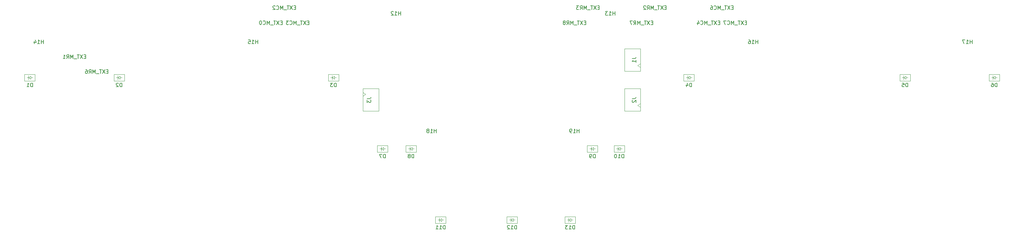
<source format=gbr>
G04 #@! TF.GenerationSoftware,KiCad,Pcbnew,7.0.1-0*
G04 #@! TF.CreationDate,2023-05-14T12:25:00+09:00*
G04 #@! TF.ProjectId,Sandy_Middle,53616e64-795f-44d6-9964-646c652e6b69,v.0*
G04 #@! TF.SameCoordinates,Original*
G04 #@! TF.FileFunction,AssemblyDrawing,Bot*
%FSLAX46Y46*%
G04 Gerber Fmt 4.6, Leading zero omitted, Abs format (unit mm)*
G04 Created by KiCad (PCBNEW 7.0.1-0) date 2023-05-14 12:25:00*
%MOMM*%
%LPD*%
G01*
G04 APERTURE LIST*
%ADD10C,0.150000*%
%ADD11C,0.100000*%
G04 APERTURE END LIST*
D10*
X198321054Y-46910696D02*
X199035339Y-46910696D01*
X199035339Y-46910696D02*
X199178196Y-46863077D01*
X199178196Y-46863077D02*
X199273435Y-46767839D01*
X199273435Y-46767839D02*
X199321054Y-46624982D01*
X199321054Y-46624982D02*
X199321054Y-46529744D01*
X198416292Y-47339268D02*
X198368673Y-47386887D01*
X198368673Y-47386887D02*
X198321054Y-47482125D01*
X198321054Y-47482125D02*
X198321054Y-47720220D01*
X198321054Y-47720220D02*
X198368673Y-47815458D01*
X198368673Y-47815458D02*
X198416292Y-47863077D01*
X198416292Y-47863077D02*
X198511530Y-47910696D01*
X198511530Y-47910696D02*
X198606768Y-47910696D01*
X198606768Y-47910696D02*
X198749625Y-47863077D01*
X198749625Y-47863077D02*
X199321054Y-47291649D01*
X199321054Y-47291649D02*
X199321054Y-47910696D01*
X38465279Y-43753524D02*
X38465279Y-42753524D01*
X38465279Y-42753524D02*
X38227184Y-42753524D01*
X38227184Y-42753524D02*
X38084327Y-42801143D01*
X38084327Y-42801143D02*
X37989089Y-42896381D01*
X37989089Y-42896381D02*
X37941470Y-42991619D01*
X37941470Y-42991619D02*
X37893851Y-43182095D01*
X37893851Y-43182095D02*
X37893851Y-43324952D01*
X37893851Y-43324952D02*
X37941470Y-43515428D01*
X37941470Y-43515428D02*
X37989089Y-43610666D01*
X37989089Y-43610666D02*
X38084327Y-43705905D01*
X38084327Y-43705905D02*
X38227184Y-43753524D01*
X38227184Y-43753524D02*
X38465279Y-43753524D01*
X36941470Y-43753524D02*
X37512898Y-43753524D01*
X37227184Y-43753524D02*
X37227184Y-42753524D01*
X37227184Y-42753524D02*
X37322422Y-42896381D01*
X37322422Y-42896381D02*
X37417660Y-42991619D01*
X37417660Y-42991619D02*
X37512898Y-43039238D01*
X185983434Y-26560964D02*
X185650101Y-26560964D01*
X185507244Y-27084774D02*
X185983434Y-27084774D01*
X185983434Y-27084774D02*
X185983434Y-26084774D01*
X185983434Y-26084774D02*
X185507244Y-26084774D01*
X185173910Y-26084774D02*
X184507244Y-27084774D01*
X184507244Y-26084774D02*
X185173910Y-27084774D01*
X184269148Y-26084774D02*
X183697720Y-26084774D01*
X183983434Y-27084774D02*
X183983434Y-26084774D01*
X183602482Y-27180012D02*
X182840577Y-27180012D01*
X182602481Y-27084774D02*
X182602481Y-26084774D01*
X182602481Y-26084774D02*
X182269148Y-26799059D01*
X182269148Y-26799059D02*
X181935815Y-26084774D01*
X181935815Y-26084774D02*
X181935815Y-27084774D01*
X180888196Y-27084774D02*
X181221529Y-26608583D01*
X181459624Y-27084774D02*
X181459624Y-26084774D01*
X181459624Y-26084774D02*
X181078672Y-26084774D01*
X181078672Y-26084774D02*
X180983434Y-26132393D01*
X180983434Y-26132393D02*
X180935815Y-26180012D01*
X180935815Y-26180012D02*
X180888196Y-26275250D01*
X180888196Y-26275250D02*
X180888196Y-26418107D01*
X180888196Y-26418107D02*
X180935815Y-26513345D01*
X180935815Y-26513345D02*
X180983434Y-26560964D01*
X180983434Y-26560964D02*
X181078672Y-26608583D01*
X181078672Y-26608583D02*
X181459624Y-26608583D01*
X180316767Y-26513345D02*
X180412005Y-26465726D01*
X180412005Y-26465726D02*
X180459624Y-26418107D01*
X180459624Y-26418107D02*
X180507243Y-26322869D01*
X180507243Y-26322869D02*
X180507243Y-26275250D01*
X180507243Y-26275250D02*
X180459624Y-26180012D01*
X180459624Y-26180012D02*
X180412005Y-26132393D01*
X180412005Y-26132393D02*
X180316767Y-26084774D01*
X180316767Y-26084774D02*
X180126291Y-26084774D01*
X180126291Y-26084774D02*
X180031053Y-26132393D01*
X180031053Y-26132393D02*
X179983434Y-26180012D01*
X179983434Y-26180012D02*
X179935815Y-26275250D01*
X179935815Y-26275250D02*
X179935815Y-26322869D01*
X179935815Y-26322869D02*
X179983434Y-26418107D01*
X179983434Y-26418107D02*
X180031053Y-26465726D01*
X180031053Y-26465726D02*
X180126291Y-26513345D01*
X180126291Y-26513345D02*
X180316767Y-26513345D01*
X180316767Y-26513345D02*
X180412005Y-26560964D01*
X180412005Y-26560964D02*
X180459624Y-26608583D01*
X180459624Y-26608583D02*
X180507243Y-26703821D01*
X180507243Y-26703821D02*
X180507243Y-26894297D01*
X180507243Y-26894297D02*
X180459624Y-26989535D01*
X180459624Y-26989535D02*
X180412005Y-27037155D01*
X180412005Y-27037155D02*
X180316767Y-27084774D01*
X180316767Y-27084774D02*
X180126291Y-27084774D01*
X180126291Y-27084774D02*
X180031053Y-27037155D01*
X180031053Y-27037155D02*
X179983434Y-26989535D01*
X179983434Y-26989535D02*
X179935815Y-26894297D01*
X179935815Y-26894297D02*
X179935815Y-26703821D01*
X179935815Y-26703821D02*
X179983434Y-26608583D01*
X179983434Y-26608583D02*
X180031053Y-26560964D01*
X180031053Y-26560964D02*
X180126291Y-26513345D01*
X193746529Y-24596149D02*
X193746529Y-23596149D01*
X193746529Y-24072339D02*
X193175101Y-24072339D01*
X193175101Y-24596149D02*
X193175101Y-23596149D01*
X192175101Y-24596149D02*
X192746529Y-24596149D01*
X192460815Y-24596149D02*
X192460815Y-23596149D01*
X192460815Y-23596149D02*
X192556053Y-23739006D01*
X192556053Y-23739006D02*
X192651291Y-23834244D01*
X192651291Y-23834244D02*
X192746529Y-23881863D01*
X191841767Y-23596149D02*
X191222720Y-23596149D01*
X191222720Y-23596149D02*
X191556053Y-23977101D01*
X191556053Y-23977101D02*
X191413196Y-23977101D01*
X191413196Y-23977101D02*
X191317958Y-24024720D01*
X191317958Y-24024720D02*
X191270339Y-24072339D01*
X191270339Y-24072339D02*
X191222720Y-24167577D01*
X191222720Y-24167577D02*
X191222720Y-24405672D01*
X191222720Y-24405672D02*
X191270339Y-24500910D01*
X191270339Y-24500910D02*
X191317958Y-24548530D01*
X191317958Y-24548530D02*
X191413196Y-24596149D01*
X191413196Y-24596149D02*
X191698910Y-24596149D01*
X191698910Y-24596149D02*
X191794148Y-24548530D01*
X191794148Y-24548530D02*
X191841767Y-24500910D01*
X105020934Y-26560964D02*
X104687601Y-26560964D01*
X104544744Y-27084774D02*
X105020934Y-27084774D01*
X105020934Y-27084774D02*
X105020934Y-26084774D01*
X105020934Y-26084774D02*
X104544744Y-26084774D01*
X104211410Y-26084774D02*
X103544744Y-27084774D01*
X103544744Y-26084774D02*
X104211410Y-27084774D01*
X103306648Y-26084774D02*
X102735220Y-26084774D01*
X103020934Y-27084774D02*
X103020934Y-26084774D01*
X102639982Y-27180012D02*
X101878077Y-27180012D01*
X101639981Y-27084774D02*
X101639981Y-26084774D01*
X101639981Y-26084774D02*
X101306648Y-26799059D01*
X101306648Y-26799059D02*
X100973315Y-26084774D01*
X100973315Y-26084774D02*
X100973315Y-27084774D01*
X99925696Y-26989535D02*
X99973315Y-27037155D01*
X99973315Y-27037155D02*
X100116172Y-27084774D01*
X100116172Y-27084774D02*
X100211410Y-27084774D01*
X100211410Y-27084774D02*
X100354267Y-27037155D01*
X100354267Y-27037155D02*
X100449505Y-26941916D01*
X100449505Y-26941916D02*
X100497124Y-26846678D01*
X100497124Y-26846678D02*
X100544743Y-26656202D01*
X100544743Y-26656202D02*
X100544743Y-26513345D01*
X100544743Y-26513345D02*
X100497124Y-26322869D01*
X100497124Y-26322869D02*
X100449505Y-26227631D01*
X100449505Y-26227631D02*
X100354267Y-26132393D01*
X100354267Y-26132393D02*
X100211410Y-26084774D01*
X100211410Y-26084774D02*
X100116172Y-26084774D01*
X100116172Y-26084774D02*
X99973315Y-26132393D01*
X99973315Y-26132393D02*
X99925696Y-26180012D01*
X99306648Y-26084774D02*
X99211410Y-26084774D01*
X99211410Y-26084774D02*
X99116172Y-26132393D01*
X99116172Y-26132393D02*
X99068553Y-26180012D01*
X99068553Y-26180012D02*
X99020934Y-26275250D01*
X99020934Y-26275250D02*
X98973315Y-26465726D01*
X98973315Y-26465726D02*
X98973315Y-26703821D01*
X98973315Y-26703821D02*
X99020934Y-26894297D01*
X99020934Y-26894297D02*
X99068553Y-26989535D01*
X99068553Y-26989535D02*
X99116172Y-27037155D01*
X99116172Y-27037155D02*
X99211410Y-27084774D01*
X99211410Y-27084774D02*
X99306648Y-27084774D01*
X99306648Y-27084774D02*
X99401886Y-27037155D01*
X99401886Y-27037155D02*
X99449505Y-26989535D01*
X99449505Y-26989535D02*
X99497124Y-26894297D01*
X99497124Y-26894297D02*
X99544743Y-26703821D01*
X99544743Y-26703821D02*
X99544743Y-26465726D01*
X99544743Y-26465726D02*
X99497124Y-26275250D01*
X99497124Y-26275250D02*
X99449505Y-26180012D01*
X99449505Y-26180012D02*
X99401886Y-26132393D01*
X99401886Y-26132393D02*
X99306648Y-26084774D01*
X214218404Y-43753524D02*
X214218404Y-42753524D01*
X214218404Y-42753524D02*
X213980309Y-42753524D01*
X213980309Y-42753524D02*
X213837452Y-42801143D01*
X213837452Y-42801143D02*
X213742214Y-42896381D01*
X213742214Y-42896381D02*
X213694595Y-42991619D01*
X213694595Y-42991619D02*
X213646976Y-43182095D01*
X213646976Y-43182095D02*
X213646976Y-43324952D01*
X213646976Y-43324952D02*
X213694595Y-43515428D01*
X213694595Y-43515428D02*
X213742214Y-43610666D01*
X213742214Y-43610666D02*
X213837452Y-43705905D01*
X213837452Y-43705905D02*
X213980309Y-43753524D01*
X213980309Y-43753524D02*
X214218404Y-43753524D01*
X212789833Y-43086857D02*
X212789833Y-43753524D01*
X213027928Y-42705905D02*
X213266023Y-43420190D01*
X213266023Y-43420190D02*
X212646976Y-43420190D01*
X295640279Y-43753524D02*
X295640279Y-42753524D01*
X295640279Y-42753524D02*
X295402184Y-42753524D01*
X295402184Y-42753524D02*
X295259327Y-42801143D01*
X295259327Y-42801143D02*
X295164089Y-42896381D01*
X295164089Y-42896381D02*
X295116470Y-42991619D01*
X295116470Y-42991619D02*
X295068851Y-43182095D01*
X295068851Y-43182095D02*
X295068851Y-43324952D01*
X295068851Y-43324952D02*
X295116470Y-43515428D01*
X295116470Y-43515428D02*
X295164089Y-43610666D01*
X295164089Y-43610666D02*
X295259327Y-43705905D01*
X295259327Y-43705905D02*
X295402184Y-43753524D01*
X295402184Y-43753524D02*
X295640279Y-43753524D01*
X294211708Y-42753524D02*
X294402184Y-42753524D01*
X294402184Y-42753524D02*
X294497422Y-42801143D01*
X294497422Y-42801143D02*
X294545041Y-42848762D01*
X294545041Y-42848762D02*
X294640279Y-42991619D01*
X294640279Y-42991619D02*
X294687898Y-43182095D01*
X294687898Y-43182095D02*
X294687898Y-43563047D01*
X294687898Y-43563047D02*
X294640279Y-43658285D01*
X294640279Y-43658285D02*
X294592660Y-43705905D01*
X294592660Y-43705905D02*
X294497422Y-43753524D01*
X294497422Y-43753524D02*
X294306946Y-43753524D01*
X294306946Y-43753524D02*
X294211708Y-43705905D01*
X294211708Y-43705905D02*
X294164089Y-43658285D01*
X294164089Y-43658285D02*
X294116470Y-43563047D01*
X294116470Y-43563047D02*
X294116470Y-43324952D01*
X294116470Y-43324952D02*
X294164089Y-43229714D01*
X294164089Y-43229714D02*
X294211708Y-43182095D01*
X294211708Y-43182095D02*
X294306946Y-43134476D01*
X294306946Y-43134476D02*
X294497422Y-43134476D01*
X294497422Y-43134476D02*
X294592660Y-43182095D01*
X294592660Y-43182095D02*
X294640279Y-43229714D01*
X294640279Y-43229714D02*
X294687898Y-43324952D01*
X183007095Y-81853524D02*
X183007095Y-80853524D01*
X183007095Y-80853524D02*
X182769000Y-80853524D01*
X182769000Y-80853524D02*
X182626143Y-80901143D01*
X182626143Y-80901143D02*
X182530905Y-80996381D01*
X182530905Y-80996381D02*
X182483286Y-81091619D01*
X182483286Y-81091619D02*
X182435667Y-81282095D01*
X182435667Y-81282095D02*
X182435667Y-81424952D01*
X182435667Y-81424952D02*
X182483286Y-81615428D01*
X182483286Y-81615428D02*
X182530905Y-81710666D01*
X182530905Y-81710666D02*
X182626143Y-81805905D01*
X182626143Y-81805905D02*
X182769000Y-81853524D01*
X182769000Y-81853524D02*
X183007095Y-81853524D01*
X181483286Y-81853524D02*
X182054714Y-81853524D01*
X181769000Y-81853524D02*
X181769000Y-80853524D01*
X181769000Y-80853524D02*
X181864238Y-80996381D01*
X181864238Y-80996381D02*
X181959476Y-81091619D01*
X181959476Y-81091619D02*
X182054714Y-81139238D01*
X181149952Y-80853524D02*
X180530905Y-80853524D01*
X180530905Y-80853524D02*
X180864238Y-81234476D01*
X180864238Y-81234476D02*
X180721381Y-81234476D01*
X180721381Y-81234476D02*
X180626143Y-81282095D01*
X180626143Y-81282095D02*
X180578524Y-81329714D01*
X180578524Y-81329714D02*
X180530905Y-81424952D01*
X180530905Y-81424952D02*
X180530905Y-81663047D01*
X180530905Y-81663047D02*
X180578524Y-81758285D01*
X180578524Y-81758285D02*
X180626143Y-81805905D01*
X180626143Y-81805905D02*
X180721381Y-81853524D01*
X180721381Y-81853524D02*
X181007095Y-81853524D01*
X181007095Y-81853524D02*
X181102333Y-81805905D01*
X181102333Y-81805905D02*
X181149952Y-81758285D01*
X167528970Y-81853524D02*
X167528970Y-80853524D01*
X167528970Y-80853524D02*
X167290875Y-80853524D01*
X167290875Y-80853524D02*
X167148018Y-80901143D01*
X167148018Y-80901143D02*
X167052780Y-80996381D01*
X167052780Y-80996381D02*
X167005161Y-81091619D01*
X167005161Y-81091619D02*
X166957542Y-81282095D01*
X166957542Y-81282095D02*
X166957542Y-81424952D01*
X166957542Y-81424952D02*
X167005161Y-81615428D01*
X167005161Y-81615428D02*
X167052780Y-81710666D01*
X167052780Y-81710666D02*
X167148018Y-81805905D01*
X167148018Y-81805905D02*
X167290875Y-81853524D01*
X167290875Y-81853524D02*
X167528970Y-81853524D01*
X166005161Y-81853524D02*
X166576589Y-81853524D01*
X166290875Y-81853524D02*
X166290875Y-80853524D01*
X166290875Y-80853524D02*
X166386113Y-80996381D01*
X166386113Y-80996381D02*
X166481351Y-81091619D01*
X166481351Y-81091619D02*
X166576589Y-81139238D01*
X165624208Y-80948762D02*
X165576589Y-80901143D01*
X165576589Y-80901143D02*
X165481351Y-80853524D01*
X165481351Y-80853524D02*
X165243256Y-80853524D01*
X165243256Y-80853524D02*
X165148018Y-80901143D01*
X165148018Y-80901143D02*
X165100399Y-80948762D01*
X165100399Y-80948762D02*
X165052780Y-81044000D01*
X165052780Y-81044000D02*
X165052780Y-81139238D01*
X165052780Y-81139238D02*
X165100399Y-81282095D01*
X165100399Y-81282095D02*
X165671827Y-81853524D01*
X165671827Y-81853524D02*
X165052780Y-81853524D01*
X196103970Y-62803524D02*
X196103970Y-61803524D01*
X196103970Y-61803524D02*
X195865875Y-61803524D01*
X195865875Y-61803524D02*
X195723018Y-61851143D01*
X195723018Y-61851143D02*
X195627780Y-61946381D01*
X195627780Y-61946381D02*
X195580161Y-62041619D01*
X195580161Y-62041619D02*
X195532542Y-62232095D01*
X195532542Y-62232095D02*
X195532542Y-62374952D01*
X195532542Y-62374952D02*
X195580161Y-62565428D01*
X195580161Y-62565428D02*
X195627780Y-62660666D01*
X195627780Y-62660666D02*
X195723018Y-62755905D01*
X195723018Y-62755905D02*
X195865875Y-62803524D01*
X195865875Y-62803524D02*
X196103970Y-62803524D01*
X194580161Y-62803524D02*
X195151589Y-62803524D01*
X194865875Y-62803524D02*
X194865875Y-61803524D01*
X194865875Y-61803524D02*
X194961113Y-61946381D01*
X194961113Y-61946381D02*
X195056351Y-62041619D01*
X195056351Y-62041619D02*
X195151589Y-62089238D01*
X193961113Y-61803524D02*
X193865875Y-61803524D01*
X193865875Y-61803524D02*
X193770637Y-61851143D01*
X193770637Y-61851143D02*
X193723018Y-61898762D01*
X193723018Y-61898762D02*
X193675399Y-61994000D01*
X193675399Y-61994000D02*
X193627780Y-62184476D01*
X193627780Y-62184476D02*
X193627780Y-62422571D01*
X193627780Y-62422571D02*
X193675399Y-62613047D01*
X193675399Y-62613047D02*
X193723018Y-62708285D01*
X193723018Y-62708285D02*
X193770637Y-62755905D01*
X193770637Y-62755905D02*
X193865875Y-62803524D01*
X193865875Y-62803524D02*
X193961113Y-62803524D01*
X193961113Y-62803524D02*
X194056351Y-62755905D01*
X194056351Y-62755905D02*
X194103970Y-62708285D01*
X194103970Y-62708285D02*
X194151589Y-62613047D01*
X194151589Y-62613047D02*
X194199208Y-62422571D01*
X194199208Y-62422571D02*
X194199208Y-62184476D01*
X194199208Y-62184476D02*
X194151589Y-61994000D01*
X194151589Y-61994000D02*
X194103970Y-61898762D01*
X194103970Y-61898762D02*
X194056351Y-61851143D01*
X194056351Y-61851143D02*
X193961113Y-61803524D01*
X119427779Y-43753524D02*
X119427779Y-42753524D01*
X119427779Y-42753524D02*
X119189684Y-42753524D01*
X119189684Y-42753524D02*
X119046827Y-42801143D01*
X119046827Y-42801143D02*
X118951589Y-42896381D01*
X118951589Y-42896381D02*
X118903970Y-42991619D01*
X118903970Y-42991619D02*
X118856351Y-43182095D01*
X118856351Y-43182095D02*
X118856351Y-43324952D01*
X118856351Y-43324952D02*
X118903970Y-43515428D01*
X118903970Y-43515428D02*
X118951589Y-43610666D01*
X118951589Y-43610666D02*
X119046827Y-43705905D01*
X119046827Y-43705905D02*
X119189684Y-43753524D01*
X119189684Y-43753524D02*
X119427779Y-43753524D01*
X118523017Y-42753524D02*
X117903970Y-42753524D01*
X117903970Y-42753524D02*
X118237303Y-43134476D01*
X118237303Y-43134476D02*
X118094446Y-43134476D01*
X118094446Y-43134476D02*
X117999208Y-43182095D01*
X117999208Y-43182095D02*
X117951589Y-43229714D01*
X117951589Y-43229714D02*
X117903970Y-43324952D01*
X117903970Y-43324952D02*
X117903970Y-43563047D01*
X117903970Y-43563047D02*
X117951589Y-43658285D01*
X117951589Y-43658285D02*
X117999208Y-43705905D01*
X117999208Y-43705905D02*
X118094446Y-43753524D01*
X118094446Y-43753524D02*
X118380160Y-43753524D01*
X118380160Y-43753524D02*
X118475398Y-43705905D01*
X118475398Y-43705905D02*
X118523017Y-43658285D01*
X58586559Y-39657839D02*
X58253226Y-39657839D01*
X58110369Y-40181649D02*
X58586559Y-40181649D01*
X58586559Y-40181649D02*
X58586559Y-39181649D01*
X58586559Y-39181649D02*
X58110369Y-39181649D01*
X57777035Y-39181649D02*
X57110369Y-40181649D01*
X57110369Y-39181649D02*
X57777035Y-40181649D01*
X56872273Y-39181649D02*
X56300845Y-39181649D01*
X56586559Y-40181649D02*
X56586559Y-39181649D01*
X56205607Y-40276887D02*
X55443702Y-40276887D01*
X55205606Y-40181649D02*
X55205606Y-39181649D01*
X55205606Y-39181649D02*
X54872273Y-39895934D01*
X54872273Y-39895934D02*
X54538940Y-39181649D01*
X54538940Y-39181649D02*
X54538940Y-40181649D01*
X53491321Y-40181649D02*
X53824654Y-39705458D01*
X54062749Y-40181649D02*
X54062749Y-39181649D01*
X54062749Y-39181649D02*
X53681797Y-39181649D01*
X53681797Y-39181649D02*
X53586559Y-39229268D01*
X53586559Y-39229268D02*
X53538940Y-39276887D01*
X53538940Y-39276887D02*
X53491321Y-39372125D01*
X53491321Y-39372125D02*
X53491321Y-39514982D01*
X53491321Y-39514982D02*
X53538940Y-39610220D01*
X53538940Y-39610220D02*
X53586559Y-39657839D01*
X53586559Y-39657839D02*
X53681797Y-39705458D01*
X53681797Y-39705458D02*
X54062749Y-39705458D01*
X52634178Y-39181649D02*
X52824654Y-39181649D01*
X52824654Y-39181649D02*
X52919892Y-39229268D01*
X52919892Y-39229268D02*
X52967511Y-39276887D01*
X52967511Y-39276887D02*
X53062749Y-39419744D01*
X53062749Y-39419744D02*
X53110368Y-39610220D01*
X53110368Y-39610220D02*
X53110368Y-39991172D01*
X53110368Y-39991172D02*
X53062749Y-40086410D01*
X53062749Y-40086410D02*
X53015130Y-40134030D01*
X53015130Y-40134030D02*
X52919892Y-40181649D01*
X52919892Y-40181649D02*
X52729416Y-40181649D01*
X52729416Y-40181649D02*
X52634178Y-40134030D01*
X52634178Y-40134030D02*
X52586559Y-40086410D01*
X52586559Y-40086410D02*
X52538940Y-39991172D01*
X52538940Y-39991172D02*
X52538940Y-39753077D01*
X52538940Y-39753077D02*
X52586559Y-39657839D01*
X52586559Y-39657839D02*
X52634178Y-39610220D01*
X52634178Y-39610220D02*
X52729416Y-39562601D01*
X52729416Y-39562601D02*
X52919892Y-39562601D01*
X52919892Y-39562601D02*
X53015130Y-39610220D01*
X53015130Y-39610220D02*
X53062749Y-39657839D01*
X53062749Y-39657839D02*
X53110368Y-39753077D01*
X132524654Y-62803524D02*
X132524654Y-61803524D01*
X132524654Y-61803524D02*
X132286559Y-61803524D01*
X132286559Y-61803524D02*
X132143702Y-61851143D01*
X132143702Y-61851143D02*
X132048464Y-61946381D01*
X132048464Y-61946381D02*
X132000845Y-62041619D01*
X132000845Y-62041619D02*
X131953226Y-62232095D01*
X131953226Y-62232095D02*
X131953226Y-62374952D01*
X131953226Y-62374952D02*
X132000845Y-62565428D01*
X132000845Y-62565428D02*
X132048464Y-62660666D01*
X132048464Y-62660666D02*
X132143702Y-62755905D01*
X132143702Y-62755905D02*
X132286559Y-62803524D01*
X132286559Y-62803524D02*
X132524654Y-62803524D01*
X131619892Y-61803524D02*
X130953226Y-61803524D01*
X130953226Y-61803524D02*
X131381797Y-62803524D01*
X146121529Y-56041024D02*
X146121529Y-55041024D01*
X146121529Y-55517214D02*
X145550101Y-55517214D01*
X145550101Y-56041024D02*
X145550101Y-55041024D01*
X144550101Y-56041024D02*
X145121529Y-56041024D01*
X144835815Y-56041024D02*
X144835815Y-55041024D01*
X144835815Y-55041024D02*
X144931053Y-55183881D01*
X144931053Y-55183881D02*
X145026291Y-55279119D01*
X145026291Y-55279119D02*
X145121529Y-55326738D01*
X143978672Y-55469595D02*
X144073910Y-55421976D01*
X144073910Y-55421976D02*
X144121529Y-55374357D01*
X144121529Y-55374357D02*
X144169148Y-55279119D01*
X144169148Y-55279119D02*
X144169148Y-55231500D01*
X144169148Y-55231500D02*
X144121529Y-55136262D01*
X144121529Y-55136262D02*
X144073910Y-55088643D01*
X144073910Y-55088643D02*
X143978672Y-55041024D01*
X143978672Y-55041024D02*
X143788196Y-55041024D01*
X143788196Y-55041024D02*
X143692958Y-55088643D01*
X143692958Y-55088643D02*
X143645339Y-55136262D01*
X143645339Y-55136262D02*
X143597720Y-55231500D01*
X143597720Y-55231500D02*
X143597720Y-55279119D01*
X143597720Y-55279119D02*
X143645339Y-55374357D01*
X143645339Y-55374357D02*
X143692958Y-55421976D01*
X143692958Y-55421976D02*
X143788196Y-55469595D01*
X143788196Y-55469595D02*
X143978672Y-55469595D01*
X143978672Y-55469595D02*
X144073910Y-55517214D01*
X144073910Y-55517214D02*
X144121529Y-55564833D01*
X144121529Y-55564833D02*
X144169148Y-55660071D01*
X144169148Y-55660071D02*
X144169148Y-55850547D01*
X144169148Y-55850547D02*
X144121529Y-55945785D01*
X144121529Y-55945785D02*
X144073910Y-55993405D01*
X144073910Y-55993405D02*
X143978672Y-56041024D01*
X143978672Y-56041024D02*
X143788196Y-56041024D01*
X143788196Y-56041024D02*
X143692958Y-55993405D01*
X143692958Y-55993405D02*
X143645339Y-55945785D01*
X143645339Y-55945785D02*
X143597720Y-55850547D01*
X143597720Y-55850547D02*
X143597720Y-55660071D01*
X143597720Y-55660071D02*
X143645339Y-55564833D01*
X143645339Y-55564833D02*
X143692958Y-55517214D01*
X143692958Y-55517214D02*
X143788196Y-55469595D01*
X41346529Y-32228524D02*
X41346529Y-31228524D01*
X41346529Y-31704714D02*
X40775101Y-31704714D01*
X40775101Y-32228524D02*
X40775101Y-31228524D01*
X39775101Y-32228524D02*
X40346529Y-32228524D01*
X40060815Y-32228524D02*
X40060815Y-31228524D01*
X40060815Y-31228524D02*
X40156053Y-31371381D01*
X40156053Y-31371381D02*
X40251291Y-31466619D01*
X40251291Y-31466619D02*
X40346529Y-31514238D01*
X38917958Y-31561857D02*
X38917958Y-32228524D01*
X39156053Y-31180905D02*
X39394148Y-31895190D01*
X39394148Y-31895190D02*
X38775101Y-31895190D01*
X148478970Y-81853524D02*
X148478970Y-80853524D01*
X148478970Y-80853524D02*
X148240875Y-80853524D01*
X148240875Y-80853524D02*
X148098018Y-80901143D01*
X148098018Y-80901143D02*
X148002780Y-80996381D01*
X148002780Y-80996381D02*
X147955161Y-81091619D01*
X147955161Y-81091619D02*
X147907542Y-81282095D01*
X147907542Y-81282095D02*
X147907542Y-81424952D01*
X147907542Y-81424952D02*
X147955161Y-81615428D01*
X147955161Y-81615428D02*
X148002780Y-81710666D01*
X148002780Y-81710666D02*
X148098018Y-81805905D01*
X148098018Y-81805905D02*
X148240875Y-81853524D01*
X148240875Y-81853524D02*
X148478970Y-81853524D01*
X146955161Y-81853524D02*
X147526589Y-81853524D01*
X147240875Y-81853524D02*
X147240875Y-80853524D01*
X147240875Y-80853524D02*
X147336113Y-80996381D01*
X147336113Y-80996381D02*
X147431351Y-81091619D01*
X147431351Y-81091619D02*
X147526589Y-81139238D01*
X146002780Y-81853524D02*
X146574208Y-81853524D01*
X146288494Y-81853524D02*
X146288494Y-80853524D01*
X146288494Y-80853524D02*
X146383732Y-80996381D01*
X146383732Y-80996381D02*
X146478970Y-81091619D01*
X146478970Y-81091619D02*
X146574208Y-81139238D01*
X108592809Y-22560964D02*
X108259476Y-22560964D01*
X108116619Y-23084774D02*
X108592809Y-23084774D01*
X108592809Y-23084774D02*
X108592809Y-22084774D01*
X108592809Y-22084774D02*
X108116619Y-22084774D01*
X107783285Y-22084774D02*
X107116619Y-23084774D01*
X107116619Y-22084774D02*
X107783285Y-23084774D01*
X106878523Y-22084774D02*
X106307095Y-22084774D01*
X106592809Y-23084774D02*
X106592809Y-22084774D01*
X106211857Y-23180012D02*
X105449952Y-23180012D01*
X105211856Y-23084774D02*
X105211856Y-22084774D01*
X105211856Y-22084774D02*
X104878523Y-22799059D01*
X104878523Y-22799059D02*
X104545190Y-22084774D01*
X104545190Y-22084774D02*
X104545190Y-23084774D01*
X103497571Y-22989535D02*
X103545190Y-23037155D01*
X103545190Y-23037155D02*
X103688047Y-23084774D01*
X103688047Y-23084774D02*
X103783285Y-23084774D01*
X103783285Y-23084774D02*
X103926142Y-23037155D01*
X103926142Y-23037155D02*
X104021380Y-22941916D01*
X104021380Y-22941916D02*
X104068999Y-22846678D01*
X104068999Y-22846678D02*
X104116618Y-22656202D01*
X104116618Y-22656202D02*
X104116618Y-22513345D01*
X104116618Y-22513345D02*
X104068999Y-22322869D01*
X104068999Y-22322869D02*
X104021380Y-22227631D01*
X104021380Y-22227631D02*
X103926142Y-22132393D01*
X103926142Y-22132393D02*
X103783285Y-22084774D01*
X103783285Y-22084774D02*
X103688047Y-22084774D01*
X103688047Y-22084774D02*
X103545190Y-22132393D01*
X103545190Y-22132393D02*
X103497571Y-22180012D01*
X103116618Y-22180012D02*
X103068999Y-22132393D01*
X103068999Y-22132393D02*
X102973761Y-22084774D01*
X102973761Y-22084774D02*
X102735666Y-22084774D01*
X102735666Y-22084774D02*
X102640428Y-22132393D01*
X102640428Y-22132393D02*
X102592809Y-22180012D01*
X102592809Y-22180012D02*
X102545190Y-22275250D01*
X102545190Y-22275250D02*
X102545190Y-22370488D01*
X102545190Y-22370488D02*
X102592809Y-22513345D01*
X102592809Y-22513345D02*
X103164237Y-23084774D01*
X103164237Y-23084774D02*
X102545190Y-23084774D01*
X136596529Y-24596149D02*
X136596529Y-23596149D01*
X136596529Y-24072339D02*
X136025101Y-24072339D01*
X136025101Y-24596149D02*
X136025101Y-23596149D01*
X135025101Y-24596149D02*
X135596529Y-24596149D01*
X135310815Y-24596149D02*
X135310815Y-23596149D01*
X135310815Y-23596149D02*
X135406053Y-23739006D01*
X135406053Y-23739006D02*
X135501291Y-23834244D01*
X135501291Y-23834244D02*
X135596529Y-23881863D01*
X134644148Y-23691387D02*
X134596529Y-23643768D01*
X134596529Y-23643768D02*
X134501291Y-23596149D01*
X134501291Y-23596149D02*
X134263196Y-23596149D01*
X134263196Y-23596149D02*
X134167958Y-23643768D01*
X134167958Y-23643768D02*
X134120339Y-23691387D01*
X134120339Y-23691387D02*
X134072720Y-23786625D01*
X134072720Y-23786625D02*
X134072720Y-23881863D01*
X134072720Y-23881863D02*
X134120339Y-24024720D01*
X134120339Y-24024720D02*
X134691767Y-24596149D01*
X134691767Y-24596149D02*
X134072720Y-24596149D01*
X52633434Y-35657839D02*
X52300101Y-35657839D01*
X52157244Y-36181649D02*
X52633434Y-36181649D01*
X52633434Y-36181649D02*
X52633434Y-35181649D01*
X52633434Y-35181649D02*
X52157244Y-35181649D01*
X51823910Y-35181649D02*
X51157244Y-36181649D01*
X51157244Y-35181649D02*
X51823910Y-36181649D01*
X50919148Y-35181649D02*
X50347720Y-35181649D01*
X50633434Y-36181649D02*
X50633434Y-35181649D01*
X50252482Y-36276887D02*
X49490577Y-36276887D01*
X49252481Y-36181649D02*
X49252481Y-35181649D01*
X49252481Y-35181649D02*
X48919148Y-35895934D01*
X48919148Y-35895934D02*
X48585815Y-35181649D01*
X48585815Y-35181649D02*
X48585815Y-36181649D01*
X47538196Y-36181649D02*
X47871529Y-35705458D01*
X48109624Y-36181649D02*
X48109624Y-35181649D01*
X48109624Y-35181649D02*
X47728672Y-35181649D01*
X47728672Y-35181649D02*
X47633434Y-35229268D01*
X47633434Y-35229268D02*
X47585815Y-35276887D01*
X47585815Y-35276887D02*
X47538196Y-35372125D01*
X47538196Y-35372125D02*
X47538196Y-35514982D01*
X47538196Y-35514982D02*
X47585815Y-35610220D01*
X47585815Y-35610220D02*
X47633434Y-35657839D01*
X47633434Y-35657839D02*
X47728672Y-35705458D01*
X47728672Y-35705458D02*
X48109624Y-35705458D01*
X46585815Y-36181649D02*
X47157243Y-36181649D01*
X46871529Y-36181649D02*
X46871529Y-35181649D01*
X46871529Y-35181649D02*
X46966767Y-35324506D01*
X46966767Y-35324506D02*
X47062005Y-35419744D01*
X47062005Y-35419744D02*
X47157243Y-35467363D01*
X221702184Y-26560964D02*
X221368851Y-26560964D01*
X221225994Y-27084774D02*
X221702184Y-27084774D01*
X221702184Y-27084774D02*
X221702184Y-26084774D01*
X221702184Y-26084774D02*
X221225994Y-26084774D01*
X220892660Y-26084774D02*
X220225994Y-27084774D01*
X220225994Y-26084774D02*
X220892660Y-27084774D01*
X219987898Y-26084774D02*
X219416470Y-26084774D01*
X219702184Y-27084774D02*
X219702184Y-26084774D01*
X219321232Y-27180012D02*
X218559327Y-27180012D01*
X218321231Y-27084774D02*
X218321231Y-26084774D01*
X218321231Y-26084774D02*
X217987898Y-26799059D01*
X217987898Y-26799059D02*
X217654565Y-26084774D01*
X217654565Y-26084774D02*
X217654565Y-27084774D01*
X216606946Y-26989535D02*
X216654565Y-27037155D01*
X216654565Y-27037155D02*
X216797422Y-27084774D01*
X216797422Y-27084774D02*
X216892660Y-27084774D01*
X216892660Y-27084774D02*
X217035517Y-27037155D01*
X217035517Y-27037155D02*
X217130755Y-26941916D01*
X217130755Y-26941916D02*
X217178374Y-26846678D01*
X217178374Y-26846678D02*
X217225993Y-26656202D01*
X217225993Y-26656202D02*
X217225993Y-26513345D01*
X217225993Y-26513345D02*
X217178374Y-26322869D01*
X217178374Y-26322869D02*
X217130755Y-26227631D01*
X217130755Y-26227631D02*
X217035517Y-26132393D01*
X217035517Y-26132393D02*
X216892660Y-26084774D01*
X216892660Y-26084774D02*
X216797422Y-26084774D01*
X216797422Y-26084774D02*
X216654565Y-26132393D01*
X216654565Y-26132393D02*
X216606946Y-26180012D01*
X215749803Y-26418107D02*
X215749803Y-27084774D01*
X215987898Y-26037155D02*
X216225993Y-26751440D01*
X216225993Y-26751440D02*
X215606946Y-26751440D01*
X271827779Y-43753524D02*
X271827779Y-42753524D01*
X271827779Y-42753524D02*
X271589684Y-42753524D01*
X271589684Y-42753524D02*
X271446827Y-42801143D01*
X271446827Y-42801143D02*
X271351589Y-42896381D01*
X271351589Y-42896381D02*
X271303970Y-42991619D01*
X271303970Y-42991619D02*
X271256351Y-43182095D01*
X271256351Y-43182095D02*
X271256351Y-43324952D01*
X271256351Y-43324952D02*
X271303970Y-43515428D01*
X271303970Y-43515428D02*
X271351589Y-43610666D01*
X271351589Y-43610666D02*
X271446827Y-43705905D01*
X271446827Y-43705905D02*
X271589684Y-43753524D01*
X271589684Y-43753524D02*
X271827779Y-43753524D01*
X270351589Y-42753524D02*
X270827779Y-42753524D01*
X270827779Y-42753524D02*
X270875398Y-43229714D01*
X270875398Y-43229714D02*
X270827779Y-43182095D01*
X270827779Y-43182095D02*
X270732541Y-43134476D01*
X270732541Y-43134476D02*
X270494446Y-43134476D01*
X270494446Y-43134476D02*
X270399208Y-43182095D01*
X270399208Y-43182095D02*
X270351589Y-43229714D01*
X270351589Y-43229714D02*
X270303970Y-43324952D01*
X270303970Y-43324952D02*
X270303970Y-43563047D01*
X270303970Y-43563047D02*
X270351589Y-43658285D01*
X270351589Y-43658285D02*
X270399208Y-43705905D01*
X270399208Y-43705905D02*
X270494446Y-43753524D01*
X270494446Y-43753524D02*
X270732541Y-43753524D01*
X270732541Y-43753524D02*
X270827779Y-43705905D01*
X270827779Y-43705905D02*
X270875398Y-43658285D01*
X98496529Y-32228524D02*
X98496529Y-31228524D01*
X98496529Y-31704714D02*
X97925101Y-31704714D01*
X97925101Y-32228524D02*
X97925101Y-31228524D01*
X96925101Y-32228524D02*
X97496529Y-32228524D01*
X97210815Y-32228524D02*
X97210815Y-31228524D01*
X97210815Y-31228524D02*
X97306053Y-31371381D01*
X97306053Y-31371381D02*
X97401291Y-31466619D01*
X97401291Y-31466619D02*
X97496529Y-31514238D01*
X96020339Y-31228524D02*
X96496529Y-31228524D01*
X96496529Y-31228524D02*
X96544148Y-31704714D01*
X96544148Y-31704714D02*
X96496529Y-31657095D01*
X96496529Y-31657095D02*
X96401291Y-31609476D01*
X96401291Y-31609476D02*
X96163196Y-31609476D01*
X96163196Y-31609476D02*
X96067958Y-31657095D01*
X96067958Y-31657095D02*
X96020339Y-31704714D01*
X96020339Y-31704714D02*
X95972720Y-31799952D01*
X95972720Y-31799952D02*
X95972720Y-32038047D01*
X95972720Y-32038047D02*
X96020339Y-32133285D01*
X96020339Y-32133285D02*
X96067958Y-32180905D01*
X96067958Y-32180905D02*
X96163196Y-32228524D01*
X96163196Y-32228524D02*
X96401291Y-32228524D01*
X96401291Y-32228524D02*
X96496529Y-32180905D01*
X96496529Y-32180905D02*
X96544148Y-32133285D01*
X184221529Y-56041024D02*
X184221529Y-55041024D01*
X184221529Y-55517214D02*
X183650101Y-55517214D01*
X183650101Y-56041024D02*
X183650101Y-55041024D01*
X182650101Y-56041024D02*
X183221529Y-56041024D01*
X182935815Y-56041024D02*
X182935815Y-55041024D01*
X182935815Y-55041024D02*
X183031053Y-55183881D01*
X183031053Y-55183881D02*
X183126291Y-55279119D01*
X183126291Y-55279119D02*
X183221529Y-55326738D01*
X182173910Y-56041024D02*
X181983434Y-56041024D01*
X181983434Y-56041024D02*
X181888196Y-55993405D01*
X181888196Y-55993405D02*
X181840577Y-55945785D01*
X181840577Y-55945785D02*
X181745339Y-55802928D01*
X181745339Y-55802928D02*
X181697720Y-55612452D01*
X181697720Y-55612452D02*
X181697720Y-55231500D01*
X181697720Y-55231500D02*
X181745339Y-55136262D01*
X181745339Y-55136262D02*
X181792958Y-55088643D01*
X181792958Y-55088643D02*
X181888196Y-55041024D01*
X181888196Y-55041024D02*
X182078672Y-55041024D01*
X182078672Y-55041024D02*
X182173910Y-55088643D01*
X182173910Y-55088643D02*
X182221529Y-55136262D01*
X182221529Y-55136262D02*
X182269148Y-55231500D01*
X182269148Y-55231500D02*
X182269148Y-55469595D01*
X182269148Y-55469595D02*
X182221529Y-55564833D01*
X182221529Y-55564833D02*
X182173910Y-55612452D01*
X182173910Y-55612452D02*
X182078672Y-55660071D01*
X182078672Y-55660071D02*
X181888196Y-55660071D01*
X181888196Y-55660071D02*
X181792958Y-55612452D01*
X181792958Y-55612452D02*
X181745339Y-55564833D01*
X181745339Y-55564833D02*
X181697720Y-55469595D01*
X127677304Y-46910696D02*
X128391589Y-46910696D01*
X128391589Y-46910696D02*
X128534446Y-46863077D01*
X128534446Y-46863077D02*
X128629685Y-46767839D01*
X128629685Y-46767839D02*
X128677304Y-46624982D01*
X128677304Y-46624982D02*
X128677304Y-46529744D01*
X127677304Y-47291649D02*
X127677304Y-47910696D01*
X127677304Y-47910696D02*
X128058256Y-47577363D01*
X128058256Y-47577363D02*
X128058256Y-47720220D01*
X128058256Y-47720220D02*
X128105875Y-47815458D01*
X128105875Y-47815458D02*
X128153494Y-47863077D01*
X128153494Y-47863077D02*
X128248732Y-47910696D01*
X128248732Y-47910696D02*
X128486827Y-47910696D01*
X128486827Y-47910696D02*
X128582065Y-47863077D01*
X128582065Y-47863077D02*
X128629685Y-47815458D01*
X128629685Y-47815458D02*
X128677304Y-47720220D01*
X128677304Y-47720220D02*
X128677304Y-47434506D01*
X128677304Y-47434506D02*
X128629685Y-47339268D01*
X128629685Y-47339268D02*
X128582065Y-47291649D01*
X231846529Y-32228524D02*
X231846529Y-31228524D01*
X231846529Y-31704714D02*
X231275101Y-31704714D01*
X231275101Y-32228524D02*
X231275101Y-31228524D01*
X230275101Y-32228524D02*
X230846529Y-32228524D01*
X230560815Y-32228524D02*
X230560815Y-31228524D01*
X230560815Y-31228524D02*
X230656053Y-31371381D01*
X230656053Y-31371381D02*
X230751291Y-31466619D01*
X230751291Y-31466619D02*
X230846529Y-31514238D01*
X229417958Y-31228524D02*
X229608434Y-31228524D01*
X229608434Y-31228524D02*
X229703672Y-31276143D01*
X229703672Y-31276143D02*
X229751291Y-31323762D01*
X229751291Y-31323762D02*
X229846529Y-31466619D01*
X229846529Y-31466619D02*
X229894148Y-31657095D01*
X229894148Y-31657095D02*
X229894148Y-32038047D01*
X229894148Y-32038047D02*
X229846529Y-32133285D01*
X229846529Y-32133285D02*
X229798910Y-32180905D01*
X229798910Y-32180905D02*
X229703672Y-32228524D01*
X229703672Y-32228524D02*
X229513196Y-32228524D01*
X229513196Y-32228524D02*
X229417958Y-32180905D01*
X229417958Y-32180905D02*
X229370339Y-32133285D01*
X229370339Y-32133285D02*
X229322720Y-32038047D01*
X229322720Y-32038047D02*
X229322720Y-31799952D01*
X229322720Y-31799952D02*
X229370339Y-31704714D01*
X229370339Y-31704714D02*
X229417958Y-31657095D01*
X229417958Y-31657095D02*
X229513196Y-31609476D01*
X229513196Y-31609476D02*
X229703672Y-31609476D01*
X229703672Y-31609476D02*
X229798910Y-31657095D01*
X229798910Y-31657095D02*
X229846529Y-31704714D01*
X229846529Y-31704714D02*
X229894148Y-31799952D01*
X140127779Y-62803524D02*
X140127779Y-61803524D01*
X140127779Y-61803524D02*
X139889684Y-61803524D01*
X139889684Y-61803524D02*
X139746827Y-61851143D01*
X139746827Y-61851143D02*
X139651589Y-61946381D01*
X139651589Y-61946381D02*
X139603970Y-62041619D01*
X139603970Y-62041619D02*
X139556351Y-62232095D01*
X139556351Y-62232095D02*
X139556351Y-62374952D01*
X139556351Y-62374952D02*
X139603970Y-62565428D01*
X139603970Y-62565428D02*
X139651589Y-62660666D01*
X139651589Y-62660666D02*
X139746827Y-62755905D01*
X139746827Y-62755905D02*
X139889684Y-62803524D01*
X139889684Y-62803524D02*
X140127779Y-62803524D01*
X138984922Y-62232095D02*
X139080160Y-62184476D01*
X139080160Y-62184476D02*
X139127779Y-62136857D01*
X139127779Y-62136857D02*
X139175398Y-62041619D01*
X139175398Y-62041619D02*
X139175398Y-61994000D01*
X139175398Y-61994000D02*
X139127779Y-61898762D01*
X139127779Y-61898762D02*
X139080160Y-61851143D01*
X139080160Y-61851143D02*
X138984922Y-61803524D01*
X138984922Y-61803524D02*
X138794446Y-61803524D01*
X138794446Y-61803524D02*
X138699208Y-61851143D01*
X138699208Y-61851143D02*
X138651589Y-61898762D01*
X138651589Y-61898762D02*
X138603970Y-61994000D01*
X138603970Y-61994000D02*
X138603970Y-62041619D01*
X138603970Y-62041619D02*
X138651589Y-62136857D01*
X138651589Y-62136857D02*
X138699208Y-62184476D01*
X138699208Y-62184476D02*
X138794446Y-62232095D01*
X138794446Y-62232095D02*
X138984922Y-62232095D01*
X138984922Y-62232095D02*
X139080160Y-62279714D01*
X139080160Y-62279714D02*
X139127779Y-62327333D01*
X139127779Y-62327333D02*
X139175398Y-62422571D01*
X139175398Y-62422571D02*
X139175398Y-62613047D01*
X139175398Y-62613047D02*
X139127779Y-62708285D01*
X139127779Y-62708285D02*
X139080160Y-62755905D01*
X139080160Y-62755905D02*
X138984922Y-62803524D01*
X138984922Y-62803524D02*
X138794446Y-62803524D01*
X138794446Y-62803524D02*
X138699208Y-62755905D01*
X138699208Y-62755905D02*
X138651589Y-62708285D01*
X138651589Y-62708285D02*
X138603970Y-62613047D01*
X138603970Y-62613047D02*
X138603970Y-62422571D01*
X138603970Y-62422571D02*
X138651589Y-62327333D01*
X138651589Y-62327333D02*
X138699208Y-62279714D01*
X138699208Y-62279714D02*
X138794446Y-62232095D01*
X198321054Y-36195071D02*
X199035339Y-36195071D01*
X199035339Y-36195071D02*
X199178196Y-36147452D01*
X199178196Y-36147452D02*
X199273435Y-36052214D01*
X199273435Y-36052214D02*
X199321054Y-35909357D01*
X199321054Y-35909357D02*
X199321054Y-35814119D01*
X199321054Y-37195071D02*
X199321054Y-36623643D01*
X199321054Y-36909357D02*
X198321054Y-36909357D01*
X198321054Y-36909357D02*
X198463911Y-36814119D01*
X198463911Y-36814119D02*
X198559149Y-36718881D01*
X198559149Y-36718881D02*
X198606768Y-36623643D01*
X189555309Y-22549214D02*
X189221976Y-22549214D01*
X189079119Y-23073024D02*
X189555309Y-23073024D01*
X189555309Y-23073024D02*
X189555309Y-22073024D01*
X189555309Y-22073024D02*
X189079119Y-22073024D01*
X188745785Y-22073024D02*
X188079119Y-23073024D01*
X188079119Y-22073024D02*
X188745785Y-23073024D01*
X187841023Y-22073024D02*
X187269595Y-22073024D01*
X187555309Y-23073024D02*
X187555309Y-22073024D01*
X187174357Y-23168262D02*
X186412452Y-23168262D01*
X186174356Y-23073024D02*
X186174356Y-22073024D01*
X186174356Y-22073024D02*
X185841023Y-22787309D01*
X185841023Y-22787309D02*
X185507690Y-22073024D01*
X185507690Y-22073024D02*
X185507690Y-23073024D01*
X184460071Y-23073024D02*
X184793404Y-22596833D01*
X185031499Y-23073024D02*
X185031499Y-22073024D01*
X185031499Y-22073024D02*
X184650547Y-22073024D01*
X184650547Y-22073024D02*
X184555309Y-22120643D01*
X184555309Y-22120643D02*
X184507690Y-22168262D01*
X184507690Y-22168262D02*
X184460071Y-22263500D01*
X184460071Y-22263500D02*
X184460071Y-22406357D01*
X184460071Y-22406357D02*
X184507690Y-22501595D01*
X184507690Y-22501595D02*
X184555309Y-22549214D01*
X184555309Y-22549214D02*
X184650547Y-22596833D01*
X184650547Y-22596833D02*
X185031499Y-22596833D01*
X184126737Y-22073024D02*
X183507690Y-22073024D01*
X183507690Y-22073024D02*
X183841023Y-22453976D01*
X183841023Y-22453976D02*
X183698166Y-22453976D01*
X183698166Y-22453976D02*
X183602928Y-22501595D01*
X183602928Y-22501595D02*
X183555309Y-22549214D01*
X183555309Y-22549214D02*
X183507690Y-22644452D01*
X183507690Y-22644452D02*
X183507690Y-22882547D01*
X183507690Y-22882547D02*
X183555309Y-22977785D01*
X183555309Y-22977785D02*
X183602928Y-23025405D01*
X183602928Y-23025405D02*
X183698166Y-23073024D01*
X183698166Y-23073024D02*
X183983880Y-23073024D01*
X183983880Y-23073024D02*
X184079118Y-23025405D01*
X184079118Y-23025405D02*
X184126737Y-22977785D01*
X207414684Y-22560964D02*
X207081351Y-22560964D01*
X206938494Y-23084774D02*
X207414684Y-23084774D01*
X207414684Y-23084774D02*
X207414684Y-22084774D01*
X207414684Y-22084774D02*
X206938494Y-22084774D01*
X206605160Y-22084774D02*
X205938494Y-23084774D01*
X205938494Y-22084774D02*
X206605160Y-23084774D01*
X205700398Y-22084774D02*
X205128970Y-22084774D01*
X205414684Y-23084774D02*
X205414684Y-22084774D01*
X205033732Y-23180012D02*
X204271827Y-23180012D01*
X204033731Y-23084774D02*
X204033731Y-22084774D01*
X204033731Y-22084774D02*
X203700398Y-22799059D01*
X203700398Y-22799059D02*
X203367065Y-22084774D01*
X203367065Y-22084774D02*
X203367065Y-23084774D01*
X202319446Y-23084774D02*
X202652779Y-22608583D01*
X202890874Y-23084774D02*
X202890874Y-22084774D01*
X202890874Y-22084774D02*
X202509922Y-22084774D01*
X202509922Y-22084774D02*
X202414684Y-22132393D01*
X202414684Y-22132393D02*
X202367065Y-22180012D01*
X202367065Y-22180012D02*
X202319446Y-22275250D01*
X202319446Y-22275250D02*
X202319446Y-22418107D01*
X202319446Y-22418107D02*
X202367065Y-22513345D01*
X202367065Y-22513345D02*
X202414684Y-22560964D01*
X202414684Y-22560964D02*
X202509922Y-22608583D01*
X202509922Y-22608583D02*
X202890874Y-22608583D01*
X201938493Y-22180012D02*
X201890874Y-22132393D01*
X201890874Y-22132393D02*
X201795636Y-22084774D01*
X201795636Y-22084774D02*
X201557541Y-22084774D01*
X201557541Y-22084774D02*
X201462303Y-22132393D01*
X201462303Y-22132393D02*
X201414684Y-22180012D01*
X201414684Y-22180012D02*
X201367065Y-22275250D01*
X201367065Y-22275250D02*
X201367065Y-22370488D01*
X201367065Y-22370488D02*
X201414684Y-22513345D01*
X201414684Y-22513345D02*
X201986112Y-23084774D01*
X201986112Y-23084774D02*
X201367065Y-23084774D01*
X228845934Y-26560964D02*
X228512601Y-26560964D01*
X228369744Y-27084774D02*
X228845934Y-27084774D01*
X228845934Y-27084774D02*
X228845934Y-26084774D01*
X228845934Y-26084774D02*
X228369744Y-26084774D01*
X228036410Y-26084774D02*
X227369744Y-27084774D01*
X227369744Y-26084774D02*
X228036410Y-27084774D01*
X227131648Y-26084774D02*
X226560220Y-26084774D01*
X226845934Y-27084774D02*
X226845934Y-26084774D01*
X226464982Y-27180012D02*
X225703077Y-27180012D01*
X225464981Y-27084774D02*
X225464981Y-26084774D01*
X225464981Y-26084774D02*
X225131648Y-26799059D01*
X225131648Y-26799059D02*
X224798315Y-26084774D01*
X224798315Y-26084774D02*
X224798315Y-27084774D01*
X223750696Y-26989535D02*
X223798315Y-27037155D01*
X223798315Y-27037155D02*
X223941172Y-27084774D01*
X223941172Y-27084774D02*
X224036410Y-27084774D01*
X224036410Y-27084774D02*
X224179267Y-27037155D01*
X224179267Y-27037155D02*
X224274505Y-26941916D01*
X224274505Y-26941916D02*
X224322124Y-26846678D01*
X224322124Y-26846678D02*
X224369743Y-26656202D01*
X224369743Y-26656202D02*
X224369743Y-26513345D01*
X224369743Y-26513345D02*
X224322124Y-26322869D01*
X224322124Y-26322869D02*
X224274505Y-26227631D01*
X224274505Y-26227631D02*
X224179267Y-26132393D01*
X224179267Y-26132393D02*
X224036410Y-26084774D01*
X224036410Y-26084774D02*
X223941172Y-26084774D01*
X223941172Y-26084774D02*
X223798315Y-26132393D01*
X223798315Y-26132393D02*
X223750696Y-26180012D01*
X223417362Y-26084774D02*
X222750696Y-26084774D01*
X222750696Y-26084774D02*
X223179267Y-27084774D01*
X62277779Y-43753524D02*
X62277779Y-42753524D01*
X62277779Y-42753524D02*
X62039684Y-42753524D01*
X62039684Y-42753524D02*
X61896827Y-42801143D01*
X61896827Y-42801143D02*
X61801589Y-42896381D01*
X61801589Y-42896381D02*
X61753970Y-42991619D01*
X61753970Y-42991619D02*
X61706351Y-43182095D01*
X61706351Y-43182095D02*
X61706351Y-43324952D01*
X61706351Y-43324952D02*
X61753970Y-43515428D01*
X61753970Y-43515428D02*
X61801589Y-43610666D01*
X61801589Y-43610666D02*
X61896827Y-43705905D01*
X61896827Y-43705905D02*
X62039684Y-43753524D01*
X62039684Y-43753524D02*
X62277779Y-43753524D01*
X61325398Y-42848762D02*
X61277779Y-42801143D01*
X61277779Y-42801143D02*
X61182541Y-42753524D01*
X61182541Y-42753524D02*
X60944446Y-42753524D01*
X60944446Y-42753524D02*
X60849208Y-42801143D01*
X60849208Y-42801143D02*
X60801589Y-42848762D01*
X60801589Y-42848762D02*
X60753970Y-42944000D01*
X60753970Y-42944000D02*
X60753970Y-43039238D01*
X60753970Y-43039238D02*
X60801589Y-43182095D01*
X60801589Y-43182095D02*
X61373017Y-43753524D01*
X61373017Y-43753524D02*
X60753970Y-43753524D01*
X188484029Y-62803524D02*
X188484029Y-61803524D01*
X188484029Y-61803524D02*
X188245934Y-61803524D01*
X188245934Y-61803524D02*
X188103077Y-61851143D01*
X188103077Y-61851143D02*
X188007839Y-61946381D01*
X188007839Y-61946381D02*
X187960220Y-62041619D01*
X187960220Y-62041619D02*
X187912601Y-62232095D01*
X187912601Y-62232095D02*
X187912601Y-62374952D01*
X187912601Y-62374952D02*
X187960220Y-62565428D01*
X187960220Y-62565428D02*
X188007839Y-62660666D01*
X188007839Y-62660666D02*
X188103077Y-62755905D01*
X188103077Y-62755905D02*
X188245934Y-62803524D01*
X188245934Y-62803524D02*
X188484029Y-62803524D01*
X187436410Y-62803524D02*
X187245934Y-62803524D01*
X187245934Y-62803524D02*
X187150696Y-62755905D01*
X187150696Y-62755905D02*
X187103077Y-62708285D01*
X187103077Y-62708285D02*
X187007839Y-62565428D01*
X187007839Y-62565428D02*
X186960220Y-62374952D01*
X186960220Y-62374952D02*
X186960220Y-61994000D01*
X186960220Y-61994000D02*
X187007839Y-61898762D01*
X187007839Y-61898762D02*
X187055458Y-61851143D01*
X187055458Y-61851143D02*
X187150696Y-61803524D01*
X187150696Y-61803524D02*
X187341172Y-61803524D01*
X187341172Y-61803524D02*
X187436410Y-61851143D01*
X187436410Y-61851143D02*
X187484029Y-61898762D01*
X187484029Y-61898762D02*
X187531648Y-61994000D01*
X187531648Y-61994000D02*
X187531648Y-62232095D01*
X187531648Y-62232095D02*
X187484029Y-62327333D01*
X187484029Y-62327333D02*
X187436410Y-62374952D01*
X187436410Y-62374952D02*
X187341172Y-62422571D01*
X187341172Y-62422571D02*
X187150696Y-62422571D01*
X187150696Y-62422571D02*
X187055458Y-62374952D01*
X187055458Y-62374952D02*
X187007839Y-62327333D01*
X187007839Y-62327333D02*
X186960220Y-62232095D01*
X112164684Y-26560964D02*
X111831351Y-26560964D01*
X111688494Y-27084774D02*
X112164684Y-27084774D01*
X112164684Y-27084774D02*
X112164684Y-26084774D01*
X112164684Y-26084774D02*
X111688494Y-26084774D01*
X111355160Y-26084774D02*
X110688494Y-27084774D01*
X110688494Y-26084774D02*
X111355160Y-27084774D01*
X110450398Y-26084774D02*
X109878970Y-26084774D01*
X110164684Y-27084774D02*
X110164684Y-26084774D01*
X109783732Y-27180012D02*
X109021827Y-27180012D01*
X108783731Y-27084774D02*
X108783731Y-26084774D01*
X108783731Y-26084774D02*
X108450398Y-26799059D01*
X108450398Y-26799059D02*
X108117065Y-26084774D01*
X108117065Y-26084774D02*
X108117065Y-27084774D01*
X107069446Y-26989535D02*
X107117065Y-27037155D01*
X107117065Y-27037155D02*
X107259922Y-27084774D01*
X107259922Y-27084774D02*
X107355160Y-27084774D01*
X107355160Y-27084774D02*
X107498017Y-27037155D01*
X107498017Y-27037155D02*
X107593255Y-26941916D01*
X107593255Y-26941916D02*
X107640874Y-26846678D01*
X107640874Y-26846678D02*
X107688493Y-26656202D01*
X107688493Y-26656202D02*
X107688493Y-26513345D01*
X107688493Y-26513345D02*
X107640874Y-26322869D01*
X107640874Y-26322869D02*
X107593255Y-26227631D01*
X107593255Y-26227631D02*
X107498017Y-26132393D01*
X107498017Y-26132393D02*
X107355160Y-26084774D01*
X107355160Y-26084774D02*
X107259922Y-26084774D01*
X107259922Y-26084774D02*
X107117065Y-26132393D01*
X107117065Y-26132393D02*
X107069446Y-26180012D01*
X106736112Y-26084774D02*
X106117065Y-26084774D01*
X106117065Y-26084774D02*
X106450398Y-26465726D01*
X106450398Y-26465726D02*
X106307541Y-26465726D01*
X106307541Y-26465726D02*
X106212303Y-26513345D01*
X106212303Y-26513345D02*
X106164684Y-26560964D01*
X106164684Y-26560964D02*
X106117065Y-26656202D01*
X106117065Y-26656202D02*
X106117065Y-26894297D01*
X106117065Y-26894297D02*
X106164684Y-26989535D01*
X106164684Y-26989535D02*
X106212303Y-27037155D01*
X106212303Y-27037155D02*
X106307541Y-27084774D01*
X106307541Y-27084774D02*
X106593255Y-27084774D01*
X106593255Y-27084774D02*
X106688493Y-27037155D01*
X106688493Y-27037155D02*
X106736112Y-26989535D01*
X203842809Y-26560964D02*
X203509476Y-26560964D01*
X203366619Y-27084774D02*
X203842809Y-27084774D01*
X203842809Y-27084774D02*
X203842809Y-26084774D01*
X203842809Y-26084774D02*
X203366619Y-26084774D01*
X203033285Y-26084774D02*
X202366619Y-27084774D01*
X202366619Y-26084774D02*
X203033285Y-27084774D01*
X202128523Y-26084774D02*
X201557095Y-26084774D01*
X201842809Y-27084774D02*
X201842809Y-26084774D01*
X201461857Y-27180012D02*
X200699952Y-27180012D01*
X200461856Y-27084774D02*
X200461856Y-26084774D01*
X200461856Y-26084774D02*
X200128523Y-26799059D01*
X200128523Y-26799059D02*
X199795190Y-26084774D01*
X199795190Y-26084774D02*
X199795190Y-27084774D01*
X198747571Y-27084774D02*
X199080904Y-26608583D01*
X199318999Y-27084774D02*
X199318999Y-26084774D01*
X199318999Y-26084774D02*
X198938047Y-26084774D01*
X198938047Y-26084774D02*
X198842809Y-26132393D01*
X198842809Y-26132393D02*
X198795190Y-26180012D01*
X198795190Y-26180012D02*
X198747571Y-26275250D01*
X198747571Y-26275250D02*
X198747571Y-26418107D01*
X198747571Y-26418107D02*
X198795190Y-26513345D01*
X198795190Y-26513345D02*
X198842809Y-26560964D01*
X198842809Y-26560964D02*
X198938047Y-26608583D01*
X198938047Y-26608583D02*
X199318999Y-26608583D01*
X198414237Y-26084774D02*
X197747571Y-26084774D01*
X197747571Y-26084774D02*
X198176142Y-27084774D01*
X288996529Y-32228524D02*
X288996529Y-31228524D01*
X288996529Y-31704714D02*
X288425101Y-31704714D01*
X288425101Y-32228524D02*
X288425101Y-31228524D01*
X287425101Y-32228524D02*
X287996529Y-32228524D01*
X287710815Y-32228524D02*
X287710815Y-31228524D01*
X287710815Y-31228524D02*
X287806053Y-31371381D01*
X287806053Y-31371381D02*
X287901291Y-31466619D01*
X287901291Y-31466619D02*
X287996529Y-31514238D01*
X287091767Y-31228524D02*
X286425101Y-31228524D01*
X286425101Y-31228524D02*
X286853672Y-32228524D01*
X225274059Y-22560964D02*
X224940726Y-22560964D01*
X224797869Y-23084774D02*
X225274059Y-23084774D01*
X225274059Y-23084774D02*
X225274059Y-22084774D01*
X225274059Y-22084774D02*
X224797869Y-22084774D01*
X224464535Y-22084774D02*
X223797869Y-23084774D01*
X223797869Y-22084774D02*
X224464535Y-23084774D01*
X223559773Y-22084774D02*
X222988345Y-22084774D01*
X223274059Y-23084774D02*
X223274059Y-22084774D01*
X222893107Y-23180012D02*
X222131202Y-23180012D01*
X221893106Y-23084774D02*
X221893106Y-22084774D01*
X221893106Y-22084774D02*
X221559773Y-22799059D01*
X221559773Y-22799059D02*
X221226440Y-22084774D01*
X221226440Y-22084774D02*
X221226440Y-23084774D01*
X220178821Y-22989535D02*
X220226440Y-23037155D01*
X220226440Y-23037155D02*
X220369297Y-23084774D01*
X220369297Y-23084774D02*
X220464535Y-23084774D01*
X220464535Y-23084774D02*
X220607392Y-23037155D01*
X220607392Y-23037155D02*
X220702630Y-22941916D01*
X220702630Y-22941916D02*
X220750249Y-22846678D01*
X220750249Y-22846678D02*
X220797868Y-22656202D01*
X220797868Y-22656202D02*
X220797868Y-22513345D01*
X220797868Y-22513345D02*
X220750249Y-22322869D01*
X220750249Y-22322869D02*
X220702630Y-22227631D01*
X220702630Y-22227631D02*
X220607392Y-22132393D01*
X220607392Y-22132393D02*
X220464535Y-22084774D01*
X220464535Y-22084774D02*
X220369297Y-22084774D01*
X220369297Y-22084774D02*
X220226440Y-22132393D01*
X220226440Y-22132393D02*
X220178821Y-22180012D01*
X219321678Y-22084774D02*
X219512154Y-22084774D01*
X219512154Y-22084774D02*
X219607392Y-22132393D01*
X219607392Y-22132393D02*
X219655011Y-22180012D01*
X219655011Y-22180012D02*
X219750249Y-22322869D01*
X219750249Y-22322869D02*
X219797868Y-22513345D01*
X219797868Y-22513345D02*
X219797868Y-22894297D01*
X219797868Y-22894297D02*
X219750249Y-22989535D01*
X219750249Y-22989535D02*
X219702630Y-23037155D01*
X219702630Y-23037155D02*
X219607392Y-23084774D01*
X219607392Y-23084774D02*
X219416916Y-23084774D01*
X219416916Y-23084774D02*
X219321678Y-23037155D01*
X219321678Y-23037155D02*
X219274059Y-22989535D01*
X219274059Y-22989535D02*
X219226440Y-22894297D01*
X219226440Y-22894297D02*
X219226440Y-22656202D01*
X219226440Y-22656202D02*
X219274059Y-22560964D01*
X219274059Y-22560964D02*
X219321678Y-22513345D01*
X219321678Y-22513345D02*
X219416916Y-22465726D01*
X219416916Y-22465726D02*
X219607392Y-22465726D01*
X219607392Y-22465726D02*
X219702630Y-22513345D01*
X219702630Y-22513345D02*
X219750249Y-22560964D01*
X219750249Y-22560964D02*
X219797868Y-22656202D01*
D11*
X196283435Y-50244030D02*
X196283435Y-44244030D01*
X200533435Y-50244030D02*
X196283435Y-50244030D01*
X200533435Y-50244030D02*
X200533435Y-44244030D01*
X200533435Y-49244030D02*
X199826328Y-48744030D01*
X199826328Y-48744030D02*
X200533435Y-48244030D01*
X200533435Y-44244030D02*
X196283435Y-44244030D01*
X36327185Y-40390905D02*
X36327185Y-42190905D01*
X36327185Y-42190905D02*
X39127185Y-42190905D01*
X36977185Y-41290905D02*
X37377185Y-41290905D01*
X37377185Y-41290905D02*
X37377185Y-40740905D01*
X37377185Y-41290905D02*
X37377185Y-41840905D01*
X37377185Y-41290905D02*
X37977185Y-41690905D01*
X37977185Y-40890905D02*
X37377185Y-41290905D01*
X37977185Y-41290905D02*
X38477185Y-41290905D01*
X37977185Y-41690905D02*
X37977185Y-40890905D01*
X39127185Y-40390905D02*
X36327185Y-40390905D01*
X39127185Y-42190905D02*
X39127185Y-40390905D01*
X212080310Y-40390905D02*
X212080310Y-42190905D01*
X212080310Y-42190905D02*
X214880310Y-42190905D01*
X212730310Y-41290905D02*
X213130310Y-41290905D01*
X213130310Y-41290905D02*
X213130310Y-40740905D01*
X213130310Y-41290905D02*
X213130310Y-41840905D01*
X213130310Y-41290905D02*
X213730310Y-41690905D01*
X213730310Y-40890905D02*
X213130310Y-41290905D01*
X213730310Y-41290905D02*
X214230310Y-41290905D01*
X213730310Y-41690905D02*
X213730310Y-40890905D01*
X214880310Y-40390905D02*
X212080310Y-40390905D01*
X214880310Y-42190905D02*
X214880310Y-40390905D01*
X293502185Y-40390905D02*
X293502185Y-42190905D01*
X293502185Y-42190905D02*
X296302185Y-42190905D01*
X294152185Y-41290905D02*
X294552185Y-41290905D01*
X294552185Y-41290905D02*
X294552185Y-40740905D01*
X294552185Y-41290905D02*
X294552185Y-41840905D01*
X294552185Y-41290905D02*
X295152185Y-41690905D01*
X295152185Y-40890905D02*
X294552185Y-41290905D01*
X295152185Y-41290905D02*
X295652185Y-41290905D01*
X295152185Y-41690905D02*
X295152185Y-40890905D01*
X296302185Y-40390905D02*
X293502185Y-40390905D01*
X296302185Y-42190905D02*
X296302185Y-40390905D01*
X180392810Y-78490905D02*
X180392810Y-80290905D01*
X180392810Y-80290905D02*
X183192810Y-80290905D01*
X181042810Y-79390905D02*
X181442810Y-79390905D01*
X181442810Y-79390905D02*
X181442810Y-78840905D01*
X181442810Y-79390905D02*
X181442810Y-79940905D01*
X181442810Y-79390905D02*
X182042810Y-79790905D01*
X182042810Y-78990905D02*
X181442810Y-79390905D01*
X182042810Y-79390905D02*
X182542810Y-79390905D01*
X182042810Y-79790905D02*
X182042810Y-78990905D01*
X183192810Y-78490905D02*
X180392810Y-78490905D01*
X183192810Y-80290905D02*
X183192810Y-78490905D01*
X164914685Y-78490905D02*
X164914685Y-80290905D01*
X164914685Y-80290905D02*
X167714685Y-80290905D01*
X165564685Y-79390905D02*
X165964685Y-79390905D01*
X165964685Y-79390905D02*
X165964685Y-78840905D01*
X165964685Y-79390905D02*
X165964685Y-79940905D01*
X165964685Y-79390905D02*
X166564685Y-79790905D01*
X166564685Y-78990905D02*
X165964685Y-79390905D01*
X166564685Y-79390905D02*
X167064685Y-79390905D01*
X166564685Y-79790905D02*
X166564685Y-78990905D01*
X167714685Y-78490905D02*
X164914685Y-78490905D01*
X167714685Y-80290905D02*
X167714685Y-78490905D01*
X193489685Y-59440905D02*
X193489685Y-61240905D01*
X193489685Y-61240905D02*
X196289685Y-61240905D01*
X194139685Y-60340905D02*
X194539685Y-60340905D01*
X194539685Y-60340905D02*
X194539685Y-59790905D01*
X194539685Y-60340905D02*
X194539685Y-60890905D01*
X194539685Y-60340905D02*
X195139685Y-60740905D01*
X195139685Y-59940905D02*
X194539685Y-60340905D01*
X195139685Y-60340905D02*
X195639685Y-60340905D01*
X195139685Y-60740905D02*
X195139685Y-59940905D01*
X196289685Y-59440905D02*
X193489685Y-59440905D01*
X196289685Y-61240905D02*
X196289685Y-59440905D01*
X117289685Y-40390905D02*
X117289685Y-42190905D01*
X117289685Y-42190905D02*
X120089685Y-42190905D01*
X117939685Y-41290905D02*
X118339685Y-41290905D01*
X118339685Y-41290905D02*
X118339685Y-40740905D01*
X118339685Y-41290905D02*
X118339685Y-41840905D01*
X118339685Y-41290905D02*
X118939685Y-41690905D01*
X118939685Y-40890905D02*
X118339685Y-41290905D01*
X118939685Y-41290905D02*
X119439685Y-41290905D01*
X118939685Y-41690905D02*
X118939685Y-40890905D01*
X120089685Y-40390905D02*
X117289685Y-40390905D01*
X120089685Y-42190905D02*
X120089685Y-40390905D01*
X130386560Y-59440905D02*
X130386560Y-61240905D01*
X130386560Y-61240905D02*
X133186560Y-61240905D01*
X131036560Y-60340905D02*
X131436560Y-60340905D01*
X131436560Y-60340905D02*
X131436560Y-59790905D01*
X131436560Y-60340905D02*
X131436560Y-60890905D01*
X131436560Y-60340905D02*
X132036560Y-60740905D01*
X132036560Y-59940905D02*
X131436560Y-60340905D01*
X132036560Y-60340905D02*
X132536560Y-60340905D01*
X132036560Y-60740905D02*
X132036560Y-59940905D01*
X133186560Y-59440905D02*
X130386560Y-59440905D01*
X133186560Y-61240905D02*
X133186560Y-59440905D01*
X145864685Y-78490905D02*
X145864685Y-80290905D01*
X145864685Y-80290905D02*
X148664685Y-80290905D01*
X146514685Y-79390905D02*
X146914685Y-79390905D01*
X146914685Y-79390905D02*
X146914685Y-78840905D01*
X146914685Y-79390905D02*
X146914685Y-79940905D01*
X146914685Y-79390905D02*
X147514685Y-79790905D01*
X147514685Y-78990905D02*
X146914685Y-79390905D01*
X147514685Y-79390905D02*
X148014685Y-79390905D01*
X147514685Y-79790905D02*
X147514685Y-78990905D01*
X148664685Y-78490905D02*
X145864685Y-78490905D01*
X148664685Y-80290905D02*
X148664685Y-78490905D01*
X269689685Y-40390905D02*
X269689685Y-42190905D01*
X269689685Y-42190905D02*
X272489685Y-42190905D01*
X270339685Y-41290905D02*
X270739685Y-41290905D01*
X270739685Y-41290905D02*
X270739685Y-40740905D01*
X270739685Y-41290905D02*
X270739685Y-41840905D01*
X270739685Y-41290905D02*
X271339685Y-41690905D01*
X271339685Y-40890905D02*
X270739685Y-41290905D01*
X271339685Y-41290905D02*
X271839685Y-41290905D01*
X271339685Y-41690905D02*
X271339685Y-40890905D01*
X272489685Y-40390905D02*
X269689685Y-40390905D01*
X272489685Y-42190905D02*
X272489685Y-40390905D01*
X130789685Y-44244030D02*
X130789685Y-50244030D01*
X126539685Y-44244030D02*
X130789685Y-44244030D01*
X126539685Y-44244030D02*
X126539685Y-50244030D01*
X126539685Y-45244030D02*
X127246792Y-45744030D01*
X127246792Y-45744030D02*
X126539685Y-46244030D01*
X126539685Y-50244030D02*
X130789685Y-50244030D01*
X137989685Y-59440905D02*
X137989685Y-61240905D01*
X137989685Y-61240905D02*
X140789685Y-61240905D01*
X138639685Y-60340905D02*
X139039685Y-60340905D01*
X139039685Y-60340905D02*
X139039685Y-59790905D01*
X139039685Y-60340905D02*
X139039685Y-60890905D01*
X139039685Y-60340905D02*
X139639685Y-60740905D01*
X139639685Y-59940905D02*
X139039685Y-60340905D01*
X139639685Y-60340905D02*
X140139685Y-60340905D01*
X139639685Y-60740905D02*
X139639685Y-59940905D01*
X140789685Y-59440905D02*
X137989685Y-59440905D01*
X140789685Y-61240905D02*
X140789685Y-59440905D01*
X196283435Y-39528405D02*
X196283435Y-33528405D01*
X200533435Y-39528405D02*
X196283435Y-39528405D01*
X200533435Y-39528405D02*
X200533435Y-33528405D01*
X200533435Y-38528405D02*
X199826328Y-38028405D01*
X199826328Y-38028405D02*
X200533435Y-37528405D01*
X200533435Y-33528405D02*
X196283435Y-33528405D01*
X60139685Y-40390905D02*
X60139685Y-42190905D01*
X60139685Y-42190905D02*
X62939685Y-42190905D01*
X60789685Y-41290905D02*
X61189685Y-41290905D01*
X61189685Y-41290905D02*
X61189685Y-40740905D01*
X61189685Y-41290905D02*
X61189685Y-41840905D01*
X61189685Y-41290905D02*
X61789685Y-41690905D01*
X61789685Y-40890905D02*
X61189685Y-41290905D01*
X61789685Y-41290905D02*
X62289685Y-41290905D01*
X61789685Y-41690905D02*
X61789685Y-40890905D01*
X62939685Y-40390905D02*
X60139685Y-40390905D01*
X62939685Y-42190905D02*
X62939685Y-40390905D01*
X186345935Y-59440905D02*
X186345935Y-61240905D01*
X186345935Y-61240905D02*
X189145935Y-61240905D01*
X186995935Y-60340905D02*
X187395935Y-60340905D01*
X187395935Y-60340905D02*
X187395935Y-59790905D01*
X187395935Y-60340905D02*
X187395935Y-60890905D01*
X187395935Y-60340905D02*
X187995935Y-60740905D01*
X187995935Y-59940905D02*
X187395935Y-60340905D01*
X187995935Y-60340905D02*
X188495935Y-60340905D01*
X187995935Y-60740905D02*
X187995935Y-59940905D01*
X189145935Y-59440905D02*
X186345935Y-59440905D01*
X189145935Y-61240905D02*
X189145935Y-59440905D01*
M02*

</source>
